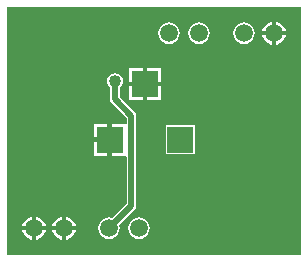
<source format=gbl>
%FSLAX24Y24*%
%MOIN*%
G70*
G01*
G75*
G04 Layer_Physical_Order=2*
G04 Layer_Color=16711680*
%ADD10R,0.1024X0.0433*%
%ADD11R,0.0591X0.1181*%
%ADD12R,0.2461X0.2677*%
%ADD13R,0.0276X0.0354*%
%ADD14R,0.0244X0.0480*%
%ADD15R,0.0354X0.0315*%
%ADD16R,0.0512X0.0217*%
%ADD17R,0.0354X0.0276*%
%ADD18R,0.0299X0.0500*%
%ADD19C,0.0200*%
%ADD20C,0.0300*%
%ADD21R,0.0866X0.0866*%
%ADD22C,0.0591*%
%ADD23C,0.0400*%
G36*
X19888Y10112D02*
X10112D01*
Y18388D01*
X19888D01*
Y10112D01*
D02*
G37*
%LPC*%
G36*
X11925Y11389D02*
X11897Y11385D01*
X11801Y11345D01*
X11718Y11282D01*
X11655Y11199D01*
X11615Y11103D01*
X11611Y11075D01*
X11925D01*
Y11389D01*
D02*
G37*
G36*
X11075D02*
Y11075D01*
X11389D01*
X11385Y11103D01*
X11345Y11199D01*
X11282Y11282D01*
X11199Y11345D01*
X11103Y11385D01*
X11075Y11389D01*
D02*
G37*
G36*
X12075D02*
Y11075D01*
X12389D01*
X12385Y11103D01*
X12345Y11199D01*
X12282Y11282D01*
X12199Y11345D01*
X12103Y11385D01*
X12075Y11389D01*
D02*
G37*
G36*
X16374Y14443D02*
X15388D01*
Y13457D01*
X16374D01*
Y14443D01*
D02*
G37*
G36*
X13444Y13875D02*
X12986D01*
Y13417D01*
X13444D01*
Y13875D01*
D02*
G37*
G36*
X10925Y11389D02*
X10897Y11385D01*
X10801Y11345D01*
X10718Y11282D01*
X10655Y11199D01*
X10615Y11103D01*
X10611Y11075D01*
X10925D01*
Y11389D01*
D02*
G37*
G36*
X11389Y10925D02*
X11075D01*
Y10611D01*
X11103Y10615D01*
X11199Y10655D01*
X11282Y10718D01*
X11345Y10801D01*
X11385Y10897D01*
X11389Y10925D01*
D02*
G37*
G36*
X10925D02*
X10611D01*
X10615Y10897D01*
X10655Y10801D01*
X10718Y10718D01*
X10801Y10655D01*
X10897Y10615D01*
X10925Y10611D01*
Y10925D01*
D02*
G37*
G36*
X11925D02*
X11611D01*
X11615Y10897D01*
X11655Y10801D01*
X11718Y10718D01*
X11801Y10655D01*
X11897Y10615D01*
X11925Y10611D01*
Y10925D01*
D02*
G37*
G36*
X14500Y11358D02*
X14407Y11346D01*
X14321Y11310D01*
X14247Y11253D01*
X14190Y11179D01*
X14154Y11093D01*
X14142Y11000D01*
X14154Y10907D01*
X14190Y10821D01*
X14247Y10747D01*
X14321Y10690D01*
X14407Y10654D01*
X14500Y10642D01*
X14593Y10654D01*
X14679Y10690D01*
X14753Y10747D01*
X14810Y10821D01*
X14846Y10907D01*
X14858Y11000D01*
X14846Y11093D01*
X14810Y11179D01*
X14753Y11253D01*
X14679Y11310D01*
X14593Y11346D01*
X14500Y11358D01*
D02*
G37*
G36*
X12389Y10925D02*
X12075D01*
Y10611D01*
X12103Y10615D01*
X12199Y10655D01*
X12282Y10718D01*
X12345Y10801D01*
X12385Y10897D01*
X12389Y10925D01*
D02*
G37*
G36*
X13444Y14483D02*
X12986D01*
Y14025D01*
X13444D01*
Y14483D01*
D02*
G37*
G36*
X16500Y17858D02*
X16407Y17846D01*
X16321Y17810D01*
X16247Y17753D01*
X16190Y17679D01*
X16154Y17593D01*
X16142Y17500D01*
X16154Y17407D01*
X16190Y17321D01*
X16247Y17247D01*
X16321Y17190D01*
X16407Y17154D01*
X16500Y17142D01*
X16593Y17154D01*
X16679Y17190D01*
X16753Y17247D01*
X16810Y17321D01*
X16846Y17407D01*
X16858Y17500D01*
X16846Y17593D01*
X16810Y17679D01*
X16753Y17753D01*
X16679Y17810D01*
X16593Y17846D01*
X16500Y17858D01*
D02*
G37*
G36*
X15500D02*
X15407Y17846D01*
X15321Y17810D01*
X15247Y17753D01*
X15190Y17679D01*
X15154Y17593D01*
X15142Y17500D01*
X15154Y17407D01*
X15190Y17321D01*
X15247Y17247D01*
X15321Y17190D01*
X15407Y17154D01*
X15500Y17142D01*
X15593Y17154D01*
X15679Y17190D01*
X15753Y17247D01*
X15810Y17321D01*
X15846Y17407D01*
X15858Y17500D01*
X15846Y17593D01*
X15810Y17679D01*
X15753Y17753D01*
X15679Y17810D01*
X15593Y17846D01*
X15500Y17858D01*
D02*
G37*
G36*
X19389Y17425D02*
X19075D01*
Y17111D01*
X19103Y17115D01*
X19199Y17155D01*
X19282Y17218D01*
X19345Y17301D01*
X19385Y17397D01*
X19389Y17425D01*
D02*
G37*
G36*
X19075Y17889D02*
Y17575D01*
X19389D01*
X19385Y17603D01*
X19345Y17699D01*
X19282Y17782D01*
X19199Y17845D01*
X19103Y17885D01*
X19075Y17889D01*
D02*
G37*
G36*
X18925D02*
X18897Y17885D01*
X18801Y17845D01*
X18718Y17782D01*
X18655Y17699D01*
X18615Y17603D01*
X18611Y17575D01*
X18925D01*
Y17889D01*
D02*
G37*
G36*
X18000Y17858D02*
X17907Y17846D01*
X17821Y17810D01*
X17747Y17753D01*
X17690Y17679D01*
X17654Y17593D01*
X17642Y17500D01*
X17654Y17407D01*
X17690Y17321D01*
X17747Y17247D01*
X17821Y17190D01*
X17907Y17154D01*
X18000Y17142D01*
X18093Y17154D01*
X18179Y17190D01*
X18253Y17247D01*
X18310Y17321D01*
X18346Y17407D01*
X18358Y17500D01*
X18346Y17593D01*
X18310Y17679D01*
X18253Y17753D01*
X18179Y17810D01*
X18093Y17846D01*
X18000Y17858D01*
D02*
G37*
G36*
X15233Y15725D02*
X14775D01*
Y15267D01*
X15233D01*
Y15725D01*
D02*
G37*
G36*
X14625D02*
X14167D01*
Y15267D01*
X14625D01*
Y15725D01*
D02*
G37*
G36*
X13700Y16162D02*
X13632Y16153D01*
X13569Y16127D01*
X13515Y16085D01*
X13473Y16031D01*
X13447Y15968D01*
X13438Y15900D01*
X13447Y15832D01*
X13473Y15769D01*
X13515Y15715D01*
X13537Y15697D01*
Y15300D01*
X13537Y15300D01*
X13537D01*
X13549Y15238D01*
X13585Y15185D01*
X14087Y14682D01*
Y14518D01*
X14052Y14483D01*
X14052Y14483D01*
X14052Y14483D01*
Y14483D01*
X13594D01*
Y13950D01*
Y13417D01*
X14052D01*
X14052Y13417D01*
Y13417D01*
X14052Y13417D01*
X14087Y13382D01*
Y11818D01*
X13609Y11339D01*
X13593Y11346D01*
X13500Y11358D01*
X13407Y11346D01*
X13321Y11310D01*
X13247Y11253D01*
X13190Y11179D01*
X13154Y11093D01*
X13142Y11000D01*
X13154Y10907D01*
X13190Y10821D01*
X13247Y10747D01*
X13321Y10690D01*
X13407Y10654D01*
X13500Y10642D01*
X13593Y10654D01*
X13679Y10690D01*
X13753Y10747D01*
X13810Y10821D01*
X13846Y10907D01*
X13858Y11000D01*
X13846Y11093D01*
X13839Y11109D01*
X14365Y11635D01*
X14401Y11688D01*
X14413Y11750D01*
Y14750D01*
X14401Y14812D01*
X14365Y14865D01*
X13863Y15368D01*
Y15697D01*
X13885Y15715D01*
X13927Y15769D01*
X13953Y15832D01*
X13962Y15900D01*
X13953Y15968D01*
X13927Y16031D01*
X13885Y16085D01*
X13831Y16127D01*
X13768Y16153D01*
X13700Y16162D01*
D02*
G37*
G36*
X18925Y17425D02*
X18611D01*
X18615Y17397D01*
X18655Y17301D01*
X18718Y17218D01*
X18801Y17155D01*
X18897Y17115D01*
X18925Y17111D01*
Y17425D01*
D02*
G37*
G36*
X15233Y16333D02*
X14775D01*
Y15875D01*
X15233D01*
Y16333D01*
D02*
G37*
G36*
X14625D02*
X14167D01*
Y15875D01*
X14625D01*
Y16333D01*
D02*
G37*
%LPD*%
D19*
X13700Y15300D02*
Y15900D01*
Y15300D02*
X14250Y14750D01*
Y11750D02*
Y14750D01*
X13500Y11000D02*
X14250Y11750D01*
D21*
X15881Y13950D02*
D03*
X13519D02*
D03*
X14700Y15800D02*
D03*
D22*
X16500Y17500D02*
D03*
X15500D02*
D03*
X12000Y11000D02*
D03*
X11000D02*
D03*
X13500D02*
D03*
X14500D02*
D03*
X18000Y17500D02*
D03*
X19000D02*
D03*
D23*
X13700Y15900D02*
D03*
M02*

</source>
